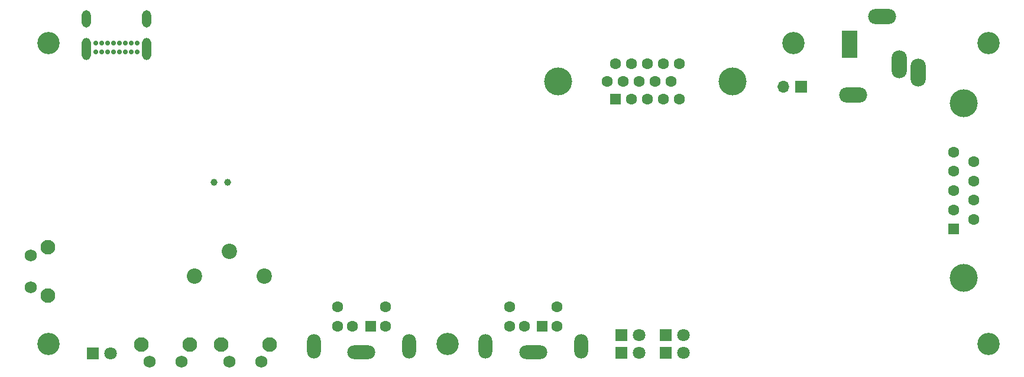
<source format=gbs>
G04 #@! TF.GenerationSoftware,KiCad,Pcbnew,9.0.2*
G04 #@! TF.CreationDate,2025-06-05T13:18:06+02:00*
G04 #@! TF.ProjectId,nTerm2-S FT231,6e546572-6d32-42d5-9320-46543233312e,0.08*
G04 #@! TF.SameCoordinates,Original*
G04 #@! TF.FileFunction,Soldermask,Bot*
G04 #@! TF.FilePolarity,Negative*
%FSLAX46Y46*%
G04 Gerber Fmt 4.6, Leading zero omitted, Abs format (unit mm)*
G04 Created by KiCad (PCBNEW 9.0.2) date 2025-06-05 13:18:06*
%MOMM*%
%LPD*%
G01*
G04 APERTURE LIST*
%ADD10C,3.200000*%
%ADD11C,1.750000*%
%ADD12C,2.100000*%
%ADD13R,1.700000X1.700000*%
%ADD14O,1.700000X1.700000*%
%ADD15R,1.600000X1.600000*%
%ADD16C,1.600000*%
%ADD17O,2.000000X3.500000*%
%ADD18O,4.000000X2.000000*%
%ADD19R,1.800000X1.800000*%
%ADD20C,1.800000*%
%ADD21C,0.700000*%
%ADD22O,1.300000X3.200000*%
%ADD23O,1.300000X2.500000*%
%ADD24C,2.200000*%
%ADD25C,4.000000*%
%ADD26O,2.200000X4.000000*%
%ADD27O,4.000000X2.200000*%
%ADD28R,2.200000X4.000000*%
%ADD29C,1.000000*%
G04 APERTURE END LIST*
D10*
X215076000Y-121498500D03*
X80456000Y-78318500D03*
D11*
X99506000Y-124038500D03*
X95006000Y-124038500D03*
D12*
X100756000Y-121548500D03*
X93746000Y-121548500D03*
D13*
X188295200Y-84582000D03*
D14*
X185755200Y-84582000D03*
D11*
X110936000Y-124038500D03*
X106436000Y-124038500D03*
D12*
X112186000Y-121548500D03*
X105176000Y-121548500D03*
D15*
X126616000Y-118958500D03*
D16*
X124016000Y-118958500D03*
X128716000Y-118958500D03*
X121916000Y-118958500D03*
X128716000Y-116158500D03*
X121916000Y-116158500D03*
D17*
X118466000Y-121808500D03*
D18*
X125316000Y-122608500D03*
D17*
X132166000Y-121808500D03*
D19*
X162498000Y-120228500D03*
D20*
X165038000Y-120228500D03*
D19*
X162498000Y-122768500D03*
D20*
X165038000Y-122768500D03*
D19*
X168848000Y-120228500D03*
D20*
X171388000Y-120228500D03*
D19*
X168848000Y-122768500D03*
D20*
X171388000Y-122768500D03*
D15*
X151217000Y-118958500D03*
D16*
X148617000Y-118958500D03*
X153317000Y-118958500D03*
X146517000Y-118958500D03*
X153317000Y-116158500D03*
X146517000Y-116158500D03*
D17*
X143067000Y-121808500D03*
D18*
X149917000Y-122608500D03*
D17*
X156767000Y-121808500D03*
D10*
X80456000Y-121498500D03*
X137606000Y-121498500D03*
D21*
X93176000Y-79588500D03*
X92326000Y-79588500D03*
X91476000Y-79588500D03*
X90626000Y-79588500D03*
X89776000Y-79588500D03*
X88926000Y-79588500D03*
X88076000Y-79588500D03*
X87226000Y-79588500D03*
X87226000Y-78238500D03*
X88076000Y-78238500D03*
X88926000Y-78238500D03*
X89776000Y-78238500D03*
X90626000Y-78238500D03*
X91476000Y-78238500D03*
X92326000Y-78238500D03*
X93176000Y-78238500D03*
D22*
X94521000Y-79088500D03*
D23*
X94516000Y-74783500D03*
D22*
X85881000Y-79088500D03*
D23*
X85881000Y-74788500D03*
D11*
X77916000Y-113298500D03*
X77916000Y-108798500D03*
D12*
X80406000Y-114548500D03*
X80406000Y-107538500D03*
D24*
X111379000Y-111760000D03*
X106379000Y-108160000D03*
X101379000Y-111760000D03*
D19*
X86824750Y-122796000D03*
D20*
X89364750Y-122796000D03*
D25*
X211559000Y-111948500D03*
X211559000Y-86948500D03*
D15*
X210139000Y-104988500D03*
D16*
X210139000Y-102218500D03*
X210139000Y-99448500D03*
X210139000Y-96678500D03*
X210139000Y-93908500D03*
X212979000Y-103603500D03*
X212979000Y-100833500D03*
X212979000Y-98063500D03*
X212979000Y-95293500D03*
D10*
X215076000Y-78318500D03*
D25*
X178478000Y-83820000D03*
X153478000Y-83820000D03*
D15*
X161663000Y-86360000D03*
D16*
X163953000Y-86360000D03*
X166243000Y-86360000D03*
X168533000Y-86360000D03*
X170823000Y-86360000D03*
X160518000Y-83820000D03*
X162808000Y-83820000D03*
X165098000Y-83820000D03*
X167388000Y-83820000D03*
X169678000Y-83820000D03*
X161663000Y-81280000D03*
X163953000Y-81280000D03*
X166243000Y-81280000D03*
X168533000Y-81280000D03*
X170823000Y-81280000D03*
D26*
X205036000Y-82508500D03*
X202336000Y-81308500D03*
D27*
X199836000Y-74508500D03*
D28*
X195236000Y-78408500D03*
D27*
X195736000Y-85708500D03*
D29*
X106106000Y-98298000D03*
X104206000Y-98298000D03*
D10*
X187136000Y-78318500D03*
M02*

</source>
